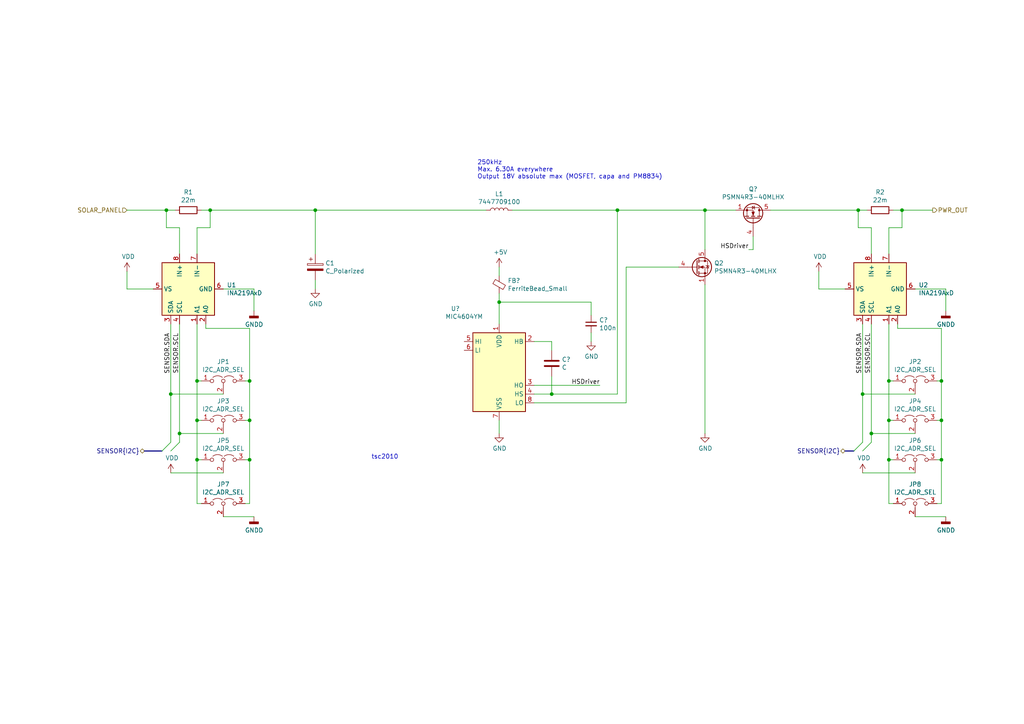
<source format=kicad_sch>
(kicad_sch (version 20210621) (generator eeschema)
  (paper "A4")
  (lib_symbols
    (symbol "Analog_ADC:INA219AxD"
      (property "Reference" "U" (at -6.35 8.89 0))
      (property "Value" "INA219AxD" (at 5.08 8.89 0))
      (symbol "INA219AxD_0_1"
        (rectangle (start -7.62 7.62) (end 7.62 -7.62) (stroke (width 0.254)) (fill (type background)))
      )
      (symbol "INA219AxD_1_1"
        (pin input line (at 10.16 -2.54 180) (length 2.54) (name "A1") (number "1"))
        (pin input line (at 10.16 -5.08 180) (length 2.54) (name "A0") (number "2"))
        (pin bidirectional line (at 10.16 5.08 180) (length 2.54) (name "SDA") (number "3"))
        (pin input line (at 10.16 2.54 180) (length 2.54) (name "SCL") (number "4"))
        (pin power_in line (at 0 10.16 270) (length 2.54) (name "VS") (number "5"))
        (pin power_in line (at 0 -10.16 90) (length 2.54) (name "GND") (number "6"))
        (pin input line (at -10.16 -2.54 0) (length 2.54) (name "IN-") (number "7"))
        (pin input line (at -10.16 2.54 0) (length 2.54) (name "IN+") (number "8"))
      )
    )
    (symbol "Device:C" (pin_numbers hide) (pin_names (offset 0.254))
      (property "Reference" "C" (at 0.635 2.54 0))
      (property "Value" "C" (at 0.635 -2.54 0))
      (symbol "C_0_1"
        (polyline (pts (xy -2.032 -0.762) (xy 2.032 -0.762)) (stroke (width 0.508)))
        (polyline (pts (xy -2.032 0.762) (xy 2.032 0.762)) (stroke (width 0.508)))
      )
      (symbol "C_1_1"
        (pin passive line (at 0 3.81 270) (length 2.794) (name "~") (number "1"))
        (pin passive line (at 0 -3.81 90) (length 2.794) (name "~") (number "2"))
      )
    )
    (symbol "Device:C_Polarized" (pin_numbers hide) (pin_names (offset 0.254))
      (property "Reference" "C" (at 0.635 2.54 0))
      (property "Value" "C_Polarized" (at 0.635 -2.54 0))
      (symbol "C_Polarized_0_1"
        (rectangle (start -2.286 0.508) (end 2.286 1.016))
        (rectangle (start 2.286 -0.508) (end -2.286 -1.016) (fill (type outline)))
        (polyline (pts (xy -1.778 2.286) (xy -0.762 2.286)))
        (polyline (pts (xy -1.27 2.794) (xy -1.27 1.778)))
      )
      (symbol "C_Polarized_1_1"
        (pin passive line (at 0 3.81 270) (length 2.794) (name "~") (number "1"))
        (pin passive line (at 0 -3.81 90) (length 2.794) (name "~") (number "2"))
      )
    )
    (symbol "Device:C_Small" (pin_numbers hide) (pin_names (offset 0.254) hide)
      (property "Reference" "C" (at 0.254 1.778 0))
      (property "Value" "C_Small" (at 0.254 -2.032 0))
      (symbol "C_Small_0_1"
        (polyline (pts (xy -1.524 -0.508) (xy 1.524 -0.508)) (stroke (width 0.3302)))
        (polyline (pts (xy -1.524 0.508) (xy 1.524 0.508)) (stroke (width 0.3048)))
      )
      (symbol "C_Small_1_1"
        (pin passive line (at 0 2.54 270) (length 2.032) (name "~") (number "1"))
        (pin passive line (at 0 -2.54 90) (length 2.032) (name "~") (number "2"))
      )
    )
    (symbol "Device:FerriteBead_Small" (pin_numbers hide) (pin_names (offset 0))
      (property "Reference" "FB" (at 1.905 1.27 0))
      (property "Value" "FerriteBead_Small" (at 1.905 -1.27 0))
      (symbol "FerriteBead_Small_0_1"
        (polyline (pts (xy 0 -1.27) (xy 0 -0.7874)))
        (polyline (pts (xy 0 0.889) (xy 0 1.2954)))
        (polyline (pts (xy -1.8288 0.2794) (xy -1.1176 1.4986) (xy 1.8288 -0.2032) (xy 1.1176 -1.4224) (xy -1.8288 0.2794)))
      )
      (symbol "FerriteBead_Small_1_1"
        (pin passive line (at 0 2.54 270) (length 1.27) (name "~") (number "1"))
        (pin passive line (at 0 -2.54 90) (length 1.27) (name "~") (number "2"))
      )
    )
    (symbol "Device:L" (pin_numbers hide) (pin_names (offset 1.016) hide)
      (property "Reference" "L" (at -1.27 0 90))
      (property "Value" "L" (at 1.905 0 90))
      (symbol "L_0_1"
        (arc (start 0 -2.54) (end 0 -1.27) (radius (at 0 -1.905) (length 0.635) (angles -89.9 89.9)))
        (arc (start 0 -1.27) (end 0 0) (radius (at 0 -0.635) (length 0.635) (angles -89.9 89.9)))
        (arc (start 0 0) (end 0 1.27) (radius (at 0 0.635) (length 0.635) (angles -89.9 89.9)))
        (arc (start 0 1.27) (end 0 2.54) (radius (at 0 1.905) (length 0.635) (angles -89.9 89.9)))
      )
      (symbol "L_1_1"
        (pin passive line (at 0 3.81 270) (length 1.27) (name "1") (number "1"))
        (pin passive line (at 0 -3.81 90) (length 1.27) (name "2") (number "2"))
      )
    )
    (symbol "Device:R" (pin_numbers hide) (pin_names (offset 0))
      (property "Reference" "R" (at 2.032 0 90))
      (property "Value" "R" (at 0 0 90))
      (symbol "R_0_1"
        (rectangle (start -1.016 -2.54) (end 1.016 2.54) (stroke (width 0.254)))
      )
      (symbol "R_1_1"
        (pin passive line (at 0 3.81 270) (length 1.27) (name "~") (number "1"))
        (pin passive line (at 0 -3.81 90) (length 1.27) (name "~") (number "2"))
      )
    )
    (symbol "Driver_FET:MIC4604YM"
      (property "Reference" "U" (at -8.89 -8.89 0))
      (property "Value" "MIC4604YM" (at -8.89 -11.43 0))
      (symbol "MIC4604YM_0_1"
        (rectangle (start -7.62 -12.7) (end 7.62 10.16) (stroke (width 0.254)) (fill (type background)))
      )
      (symbol "MIC4604YM_1_1"
        (pin power_in line (at 0 12.7 270) (length 2.54) (name "VDD") (number "1"))
        (pin passive line (at 10.16 7.62 180) (length 2.54) (name "HB") (number "2"))
        (pin output line (at 10.16 -5.08 180) (length 2.54) (name "HO") (number "3"))
        (pin passive line (at 10.16 -7.62 180) (length 2.54) (name "HS") (number "4"))
        (pin input line (at -10.16 7.62 0) (length 2.54) (name "HI") (number "5"))
        (pin input line (at -10.16 5.08 0) (length 2.54) (name "LI") (number "6"))
        (pin power_in line (at 0 -15.24 90) (length 2.54) (name "VSS") (number "7"))
        (pin output line (at 10.16 -10.16 180) (length 2.54) (name "LO") (number "8"))
      )
    )
    (symbol "Jumper:Jumper_3_Open" (pin_names (offset 0) hide)
      (property "Reference" "JP" (at -2.54 -2.54 0))
      (property "Value" "Jumper_3_Open" (at 0 2.794 0))
      (symbol "Jumper_3_Open_0_0"
        (circle (center -3.302 0) (radius 0.508))
        (circle (center 0 0) (radius 0.508))
        (circle (center 3.302 0) (radius 0.508))
      )
      (symbol "Jumper_3_Open_0_1"
        (arc (start -3.048 1.016) (end -0.254 1.016) (radius (at -1.651 -0.762) (length 2.2606) (angles 128.2 51.8)))
        (arc (start 0.254 1.016) (end 3.048 1.016) (radius (at 1.651 -0.762) (length 2.2606) (angles 128.2 51.8)))
        (polyline (pts (xy 0 -0.508) (xy 0 -1.27)))
      )
      (symbol "Jumper_3_Open_1_1"
        (pin passive line (at -6.35 0 0) (length 2.54) (name "A") (number "1"))
        (pin input line (at 0 -3.81 90) (length 2.54) (name "C") (number "2"))
        (pin passive line (at 6.35 0 180) (length 2.54) (name "B") (number "3"))
      )
    )
    (symbol "defis_solaires_4:PSMN4R3-40MLHX" (pin_names (offset 0) hide)
      (property "Reference" "Q" (at 5.08 1.27 0))
      (property "Value" "PSMN4R3-40MLHX" (at 5.08 -1.27 0))
      (symbol "PSMN4R3-40MLHX_0_1"
        (circle (center 1.651 0) (radius 2.794) (stroke (width 0.254)))
        (circle (center 2.54 -1.778) (radius 0.254) (fill (type outline)))
        (circle (center 2.54 1.778) (radius 0.254) (fill (type outline)))
        (polyline (pts (xy 0.254 0) (xy -2.54 0)))
        (polyline (pts (xy 0.254 1.905) (xy 0.254 -1.905)) (stroke (width 0.254)))
        (polyline (pts (xy 0.762 -1.27) (xy 0.762 -2.286)) (stroke (width 0.254)))
        (polyline (pts (xy 0.762 0.508) (xy 0.762 -0.508)) (stroke (width 0.254)))
        (polyline (pts (xy 0.762 2.286) (xy 0.762 1.27)) (stroke (width 0.254)))
        (polyline (pts (xy 2.54 2.54) (xy 2.54 1.778)))
        (polyline (pts (xy 2.54 -2.54) (xy 2.54 0) (xy 0.762 0)))
        (polyline (pts (xy 0.762 -1.778) (xy 3.302 -1.778) (xy 3.302 1.778) (xy 0.762 1.778)))
        (polyline (pts (xy 2.794 0.508) (xy 2.921 0.381) (xy 3.683 0.381) (xy 3.81 0.254)))
        (polyline (pts (xy 3.302 0.381) (xy 2.921 -0.254) (xy 3.683 -0.254) (xy 3.302 0.381)))
        (polyline (pts (xy 1.016 0) (xy 2.032 0.381) (xy 2.032 -0.381) (xy 1.016 0)) (fill (type outline)))
      )
      (symbol "PSMN4R3-40MLHX_1_1"
        (pin passive line (at 2.54 -5.08 90) (length 2.54) (name "S") (number "1"))
        (pin passive line (at 2.54 -5.08 90) (length 2.54) hide (name "S") (number "2"))
        (pin passive line (at 2.54 -5.08 90) (length 2.54) hide (name "S") (number "3"))
        (pin input line (at -5.08 0 0) (length 2.54) (name "G") (number "4"))
        (pin passive line (at 2.54 5.08 270) (length 2.54) (name "D") (number "5"))
      )
    )
    (symbol "power:+5V" (power) (pin_names (offset 0))
      (property "Value" "+5V" (at 0 3.556 0))
      (symbol "+5V_0_1"
        (polyline (pts (xy -0.762 1.27) (xy 0 2.54)))
        (polyline (pts (xy 0 0) (xy 0 2.54)))
        (polyline (pts (xy 0 2.54) (xy 0.762 1.27)))
      )
      (symbol "+5V_1_1"
        (pin power_in line (at 0 0 90) (length 0) hide (name "+5V") (number "1"))
      )
    )
    (symbol "power:GND" (power) (pin_names (offset 0))
      (property "Value" "GND" (at 0 -3.81 0))
      (symbol "GND_0_1"
        (polyline (pts (xy 0 0) (xy 0 -1.27) (xy 1.27 -1.27) (xy 0 -2.54) (xy -1.27 -1.27) (xy 0 -1.27)))
      )
      (symbol "GND_1_1"
        (pin power_in line (at 0 0 270) (length 0) hide (name "GND") (number "1"))
      )
    )
    (symbol "power:GNDD" (power) (pin_names (offset 0))
      (property "Value" "GNDD" (at 0 -3.175 0))
      (symbol "GNDD_0_1"
        (rectangle (start -1.27 -1.524) (end 1.27 -2.032) (stroke (width 0.254)) (fill (type outline)))
        (polyline (pts (xy 0 0) (xy 0 -1.524)))
      )
      (symbol "GNDD_1_1"
        (pin power_in line (at 0 0 270) (length 0) hide (name "GNDD") (number "1"))
      )
    )
    (symbol "power:VDD" (power) (pin_names (offset 0))
      (property "Value" "VDD" (at 0 3.81 0))
      (symbol "VDD_0_1"
        (polyline (pts (xy -0.762 1.27) (xy 0 2.54)))
        (polyline (pts (xy 0 0) (xy 0 2.54)))
        (polyline (pts (xy 0 2.54) (xy 0.762 1.27)))
      )
      (symbol "VDD_1_1"
        (pin power_in line (at 0 0 90) (length 0) hide (name "VDD") (number "1"))
      )
    )
  )
  (bus_alias "I2C" (members "SDA" "SCL"))
  (bus_alias "BOOST" (members "~{HI}" "LO" "EN"))
  (junction (at 48.26 60.96) (diameter 0.9144))
  (junction (at 49.53 114.3) (diameter 0.9144))
  (junction (at 52.07 125.73) (diameter 0.9144))
  (junction (at 57.15 110.49) (diameter 0.9144))
  (junction (at 57.15 121.92) (diameter 0.9144))
  (junction (at 57.15 133.35) (diameter 0.9144))
  (junction (at 60.96 60.96) (diameter 0.9144))
  (junction (at 72.39 110.49) (diameter 0.9144))
  (junction (at 72.39 121.92) (diameter 0.9144))
  (junction (at 72.39 133.35) (diameter 0.9144))
  (junction (at 91.44 60.96) (diameter 0.9144))
  (junction (at 144.78 87.63) (diameter 0.9144))
  (junction (at 160.02 114.3) (diameter 0.9144))
  (junction (at 179.07 60.96) (diameter 0.9144))
  (junction (at 204.47 60.96) (diameter 0.9144))
  (junction (at 248.92 60.96) (diameter 0.9144))
  (junction (at 250.19 114.3) (diameter 0.9144))
  (junction (at 252.73 125.73) (diameter 0.9144))
  (junction (at 257.81 110.49) (diameter 0.9144))
  (junction (at 257.81 121.92) (diameter 0.9144))
  (junction (at 257.81 133.35) (diameter 0.9144))
  (junction (at 261.62 60.96) (diameter 0.9144))
  (junction (at 273.05 110.49) (diameter 0.9144))
  (junction (at 273.05 121.92) (diameter 0.9144))
  (junction (at 273.05 133.35) (diameter 0.9144))
  (bus_entry (at 46.99 130.81) (size 2.54 -2.54) (stroke (width 0.1524)))
  (bus_entry (at 49.53 130.81) (size 2.54 -2.54) (stroke (width 0.1524)))
  (bus_entry (at 247.65 130.81) (size 2.54 -2.54) (stroke (width 0.1524)))
  (bus_entry (at 250.19 130.81) (size 2.54 -2.54) (stroke (width 0.1524)))
  (wire (pts (xy 36.83 60.96) (xy 48.26 60.96)))
  (wire (pts (xy 36.83 78.74) (xy 36.83 83.82)))
  (wire (pts (xy 44.45 83.82) (xy 36.83 83.82)))
  (wire (pts (xy 48.26 60.96) (xy 50.8 60.96)))
  (wire (pts (xy 48.26 66.04) (xy 48.26 60.96)))
  (wire (pts (xy 48.26 66.04) (xy 52.07 66.04)))
  (wire (pts (xy 49.53 93.98) (xy 49.53 114.3)))
  (wire (pts (xy 49.53 114.3) (xy 49.53 128.27)))
  (wire (pts (xy 49.53 114.3) (xy 64.77 114.3)))
  (wire (pts (xy 49.53 137.16) (xy 64.77 137.16)))
  (wire (pts (xy 52.07 66.04) (xy 52.07 73.66)))
  (wire (pts (xy 52.07 93.98) (xy 52.07 125.73)))
  (wire (pts (xy 52.07 125.73) (xy 52.07 128.27)))
  (wire (pts (xy 52.07 125.73) (xy 64.77 125.73)))
  (wire (pts (xy 57.15 66.04) (xy 60.96 66.04)))
  (wire (pts (xy 57.15 73.66) (xy 57.15 66.04)))
  (wire (pts (xy 57.15 93.98) (xy 57.15 110.49)))
  (wire (pts (xy 57.15 110.49) (xy 57.15 121.92)))
  (wire (pts (xy 57.15 110.49) (xy 58.42 110.49)))
  (wire (pts (xy 57.15 121.92) (xy 57.15 133.35)))
  (wire (pts (xy 57.15 121.92) (xy 58.42 121.92)))
  (wire (pts (xy 57.15 133.35) (xy 57.15 146.05)))
  (wire (pts (xy 57.15 133.35) (xy 58.42 133.35)))
  (wire (pts (xy 57.15 146.05) (xy 58.42 146.05)))
  (wire (pts (xy 58.42 60.96) (xy 60.96 60.96)))
  (wire (pts (xy 59.69 93.98) (xy 59.69 95.25)))
  (wire (pts (xy 59.69 95.25) (xy 72.39 95.25)))
  (wire (pts (xy 60.96 60.96) (xy 91.44 60.96)))
  (wire (pts (xy 60.96 66.04) (xy 60.96 60.96)))
  (wire (pts (xy 64.77 149.86) (xy 73.66 149.86)))
  (wire (pts (xy 71.12 110.49) (xy 72.39 110.49)))
  (wire (pts (xy 71.12 121.92) (xy 72.39 121.92)))
  (wire (pts (xy 71.12 133.35) (xy 72.39 133.35)))
  (wire (pts (xy 72.39 95.25) (xy 72.39 110.49)))
  (wire (pts (xy 72.39 110.49) (xy 72.39 121.92)))
  (wire (pts (xy 72.39 121.92) (xy 72.39 133.35)))
  (wire (pts (xy 72.39 133.35) (xy 72.39 146.05)))
  (wire (pts (xy 72.39 146.05) (xy 71.12 146.05)))
  (wire (pts (xy 73.66 83.82) (xy 64.77 83.82)))
  (wire (pts (xy 73.66 90.17) (xy 73.66 83.82)))
  (wire (pts (xy 91.44 60.96) (xy 91.44 73.66)))
  (wire (pts (xy 91.44 60.96) (xy 140.97 60.96)))
  (wire (pts (xy 91.44 81.28) (xy 91.44 83.82)))
  (wire (pts (xy 144.78 77.47) (xy 144.78 80.01)))
  (wire (pts (xy 144.78 85.09) (xy 144.78 87.63)))
  (wire (pts (xy 144.78 87.63) (xy 144.78 93.98)))
  (wire (pts (xy 144.78 121.92) (xy 144.78 125.73)))
  (wire (pts (xy 148.59 60.96) (xy 179.07 60.96)))
  (wire (pts (xy 154.94 99.06) (xy 160.02 99.06)))
  (wire (pts (xy 154.94 111.76) (xy 173.99 111.76)))
  (wire (pts (xy 154.94 114.3) (xy 160.02 114.3)))
  (wire (pts (xy 154.94 116.84) (xy 181.61 116.84)))
  (wire (pts (xy 160.02 99.06) (xy 160.02 101.6)))
  (wire (pts (xy 160.02 114.3) (xy 160.02 109.22)))
  (wire (pts (xy 160.02 114.3) (xy 179.07 114.3)))
  (wire (pts (xy 171.45 87.63) (xy 144.78 87.63)))
  (wire (pts (xy 171.45 91.44) (xy 171.45 87.63)))
  (wire (pts (xy 171.45 99.06) (xy 171.45 96.52)))
  (wire (pts (xy 179.07 60.96) (xy 204.47 60.96)))
  (wire (pts (xy 179.07 114.3) (xy 179.07 60.96)))
  (wire (pts (xy 181.61 77.47) (xy 196.85 77.47)))
  (wire (pts (xy 181.61 116.84) (xy 181.61 77.47)))
  (wire (pts (xy 204.47 60.96) (xy 204.47 72.39)))
  (wire (pts (xy 204.47 60.96) (xy 213.36 60.96)))
  (wire (pts (xy 204.47 82.55) (xy 204.47 125.73)))
  (wire (pts (xy 217.17 72.39) (xy 218.44 72.39)))
  (wire (pts (xy 218.44 72.39) (xy 218.44 68.58)))
  (wire (pts (xy 223.52 60.96) (xy 248.92 60.96)))
  (wire (pts (xy 237.49 78.74) (xy 237.49 83.82)))
  (wire (pts (xy 245.11 83.82) (xy 237.49 83.82)))
  (wire (pts (xy 248.92 60.96) (xy 251.46 60.96)))
  (wire (pts (xy 248.92 66.04) (xy 248.92 60.96)))
  (wire (pts (xy 248.92 66.04) (xy 252.73 66.04)))
  (wire (pts (xy 250.19 93.98) (xy 250.19 114.3)))
  (wire (pts (xy 250.19 114.3) (xy 250.19 128.27)))
  (wire (pts (xy 250.19 114.3) (xy 265.43 114.3)))
  (wire (pts (xy 250.19 137.16) (xy 265.43 137.16)))
  (wire (pts (xy 252.73 66.04) (xy 252.73 73.66)))
  (wire (pts (xy 252.73 93.98) (xy 252.73 125.73)))
  (wire (pts (xy 252.73 125.73) (xy 252.73 128.27)))
  (wire (pts (xy 252.73 125.73) (xy 265.43 125.73)))
  (wire (pts (xy 257.81 66.04) (xy 261.62 66.04)))
  (wire (pts (xy 257.81 73.66) (xy 257.81 66.04)))
  (wire (pts (xy 257.81 93.98) (xy 257.81 110.49)))
  (wire (pts (xy 257.81 110.49) (xy 257.81 121.92)))
  (wire (pts (xy 257.81 110.49) (xy 259.08 110.49)))
  (wire (pts (xy 257.81 121.92) (xy 257.81 133.35)))
  (wire (pts (xy 257.81 121.92) (xy 259.08 121.92)))
  (wire (pts (xy 257.81 133.35) (xy 257.81 146.05)))
  (wire (pts (xy 257.81 133.35) (xy 259.08 133.35)))
  (wire (pts (xy 257.81 146.05) (xy 259.08 146.05)))
  (wire (pts (xy 259.08 60.96) (xy 261.62 60.96)))
  (wire (pts (xy 260.35 93.98) (xy 260.35 95.25)))
  (wire (pts (xy 260.35 95.25) (xy 273.05 95.25)))
  (wire (pts (xy 261.62 60.96) (xy 270.51 60.96)))
  (wire (pts (xy 261.62 66.04) (xy 261.62 60.96)))
  (wire (pts (xy 265.43 149.86) (xy 274.32 149.86)))
  (wire (pts (xy 271.78 110.49) (xy 273.05 110.49)))
  (wire (pts (xy 271.78 121.92) (xy 273.05 121.92)))
  (wire (pts (xy 271.78 133.35) (xy 273.05 133.35)))
  (wire (pts (xy 273.05 95.25) (xy 273.05 110.49)))
  (wire (pts (xy 273.05 110.49) (xy 273.05 121.92)))
  (wire (pts (xy 273.05 121.92) (xy 273.05 133.35)))
  (wire (pts (xy 273.05 133.35) (xy 273.05 146.05)))
  (wire (pts (xy 273.05 146.05) (xy 271.78 146.05)))
  (wire (pts (xy 274.32 83.82) (xy 265.43 83.82)))
  (wire (pts (xy 274.32 90.17) (xy 274.32 83.82)))
  (bus (pts (xy 41.91 130.81) (xy 49.53 130.81)))
  (bus (pts (xy 245.11 130.81) (xy 250.19 130.81)))
  (text "tsc2010" (at 115.57 133.35 180) (effects (font (size 1.27 1.27)) (justify right bottom)))
  (text "250kHz\nMax. 6.30A everywhere\nOutput 18V absolute max (MOSFET, capa and PM8834)" (at 138.43 52.07 0) (effects (font (size 1.27 1.27)) (justify left bottom)))
  (label "SENSOR.SDA" (at 49.53 96.52 270))
  (label "SENSOR.SCL" (at 52.07 96.52 270))
  (label "HSDriver" (at 173.99 111.76 180))
  (label "HSDriver" (at 217.17 72.39 180))
  (label "SENSOR.SDA" (at 250.19 96.52 270))
  (label "SENSOR.SCL" (at 252.73 96.52 270))
  (hierarchical_label "SOLAR_PANEL" (shape input) (at 36.83 60.96 180))
  (hierarchical_label "SENSOR{I2C}" (shape bidirectional) (at 41.91 130.81 180))
  (hierarchical_label "SENSOR{I2C}" (shape bidirectional) (at 245.11 130.81 180))
  (hierarchical_label "PWR_OUT" (shape output) (at 270.51 60.96 0))
  (symbol (lib_id "power:VDD") (at 36.83 78.74 0) (unit 1)
    (property "Reference" "#PWR03" (effects hide))
    (property "Value" "VDD" (at 37.1983 74.4156 0))
  )
  (symbol (lib_id "power:VDD") (at 49.53 137.16 0) (unit 1)
    (property "Reference" "#PWR09" (effects hide))
    (property "Value" "VDD" (at 49.8983 132.8356 0))
  )
  (symbol (lib_id "power:+5V") (at 144.78 77.47 0) (unit 1)
    (property "Reference" "#PWR?" (effects hide))
    (property "Value" "+5V" (at 145.1483 73.1456 0))
  )
  (symbol (lib_id "power:VDD") (at 237.49 78.74 0) (unit 1)
    (property "Reference" "#PWR04" (effects hide))
    (property "Value" "VDD" (at 237.8583 74.4156 0))
  )
  (symbol (lib_id "power:VDD") (at 250.19 137.16 0) (unit 1)
    (property "Reference" "#PWR010" (effects hide))
    (property "Value" "VDD" (at 250.5583 132.8356 0))
  )
  (symbol (lib_id "power:GNDD") (at 73.66 90.17 0) (unit 1)
    (property "Reference" "#PWR06" (effects hide))
    (property "Value" "GNDD" (at 73.7108 94.1134 0))
  )
  (symbol (lib_id "power:GNDD") (at 73.66 149.86 0) (unit 1)
    (property "Reference" "#PWR013" (effects hide))
    (property "Value" "GNDD" (at 73.7108 153.8034 0))
  )
  (symbol (lib_id "power:GNDD") (at 274.32 90.17 0) (unit 1)
    (property "Reference" "#PWR07" (effects hide))
    (property "Value" "GNDD" (at 274.3708 94.1134 0))
  )
  (symbol (lib_id "power:GNDD") (at 274.32 149.86 0) (unit 1)
    (property "Reference" "#PWR014" (effects hide))
    (property "Value" "GNDD" (at 274.3708 153.8034 0))
  )
  (symbol (lib_id "power:GND") (at 91.44 83.82 0) (unit 1)
    (property "Reference" "#PWR05" (effects hide))
    (property "Value" "GND" (at 91.5543 88.1444 0))
  )
  (symbol (lib_id "power:GND") (at 144.78 125.73 0) (unit 1)
    (property "Reference" "#PWR?" (effects hide))
    (property "Value" "GND" (at 144.8943 130.0544 0))
  )
  (symbol (lib_id "power:GND") (at 171.45 99.06 0) (unit 1)
    (property "Reference" "#PWR?" (effects hide))
    (property "Value" "GND" (at 171.5643 103.3844 0))
  )
  (symbol (lib_id "power:GND") (at 204.47 125.73 0) (unit 1)
    (property "Reference" "#PWR012" (effects hide))
    (property "Value" "GND" (at 204.5843 130.0544 0))
  )
  (symbol (lib_id "Device:L") (at 144.78 60.96 90) (unit 1)
    (property "Reference" "L1" (at 144.78 56.2418 90))
    (property "Value" "7447709100" (at 144.78 58.5405 90))
  )
  (symbol (lib_id "Device:R") (at 54.61 60.96 90) (unit 1)
    (property "Reference" "R1" (at 54.61 55.7338 90))
    (property "Value" "22m" (at 54.61 58.0325 90))
  )
  (symbol (lib_id "Device:R") (at 255.27 60.96 90) (unit 1)
    (property "Reference" "R2" (at 255.27 55.7338 90))
    (property "Value" "22m" (at 255.27 58.0325 90))
  )
  (symbol (lib_id "Device:C_Small") (at 171.45 93.98 0) (unit 1)
    (property "Reference" "C?" (at 173.7742 92.8306 0) (effects (justify left)))
    (property "Value" "100n" (at 173.7742 95.1293 0) (effects (justify left)))
  )
  (symbol (lib_id "Device:FerriteBead_Small") (at 144.78 82.55 0) (unit 1)
    (property "Reference" "FB?" (at 147.2439 81.4006 0) (effects (justify left)))
    (property "Value" "FerriteBead_Small" (at 147.2439 83.6993 0) (effects (justify left)))
  )
  (symbol (lib_id "Device:C_Polarized") (at 91.44 77.47 0) (unit 1)
    (property "Reference" "C1" (at 94.3611 76.3206 0) (effects (justify left)))
    (property "Value" "C_Polarized" (at 94.3611 78.6193 0) (effects (justify left)))
  )
  (symbol (lib_id "Device:C") (at 160.02 105.41 0) (unit 1)
    (property "Reference" "C?" (at 162.9411 104.2606 0) (effects (justify left)))
    (property "Value" "C" (at 162.9411 106.5593 0) (effects (justify left)))
  )
  (symbol (lib_id "Jumper:Jumper_3_Open") (at 64.77 110.49 0) (unit 1)
    (property "Reference" "JP1" (at 64.77 104.9082 0))
    (property "Value" "I2C_ADR_SEL" (at 64.77 107.2069 0))
  )
  (symbol (lib_id "Jumper:Jumper_3_Open") (at 64.77 121.92 0) (unit 1)
    (property "Reference" "JP3" (at 64.77 116.3382 0))
    (property "Value" "I2C_ADR_SEL" (at 64.77 118.6369 0))
  )
  (symbol (lib_id "Jumper:Jumper_3_Open") (at 64.77 133.35 0) (unit 1)
    (property "Reference" "JP5" (at 64.77 127.7682 0))
    (property "Value" "I2C_ADR_SEL" (at 64.77 130.0669 0))
  )
  (symbol (lib_id "Jumper:Jumper_3_Open") (at 64.77 146.05 0) (unit 1)
    (property "Reference" "JP7" (at 64.77 140.4682 0))
    (property "Value" "I2C_ADR_SEL" (at 64.77 142.7669 0))
  )
  (symbol (lib_id "Jumper:Jumper_3_Open") (at 265.43 110.49 0) (unit 1)
    (property "Reference" "JP2" (at 265.43 104.9082 0))
    (property "Value" "I2C_ADR_SEL" (at 265.43 107.2069 0))
  )
  (symbol (lib_id "Jumper:Jumper_3_Open") (at 265.43 121.92 0) (unit 1)
    (property "Reference" "JP4" (at 265.43 116.3382 0))
    (property "Value" "I2C_ADR_SEL" (at 265.43 118.6369 0))
  )
  (symbol (lib_id "Jumper:Jumper_3_Open") (at 265.43 133.35 0) (unit 1)
    (property "Reference" "JP6" (at 265.43 127.7682 0))
    (property "Value" "I2C_ADR_SEL" (at 265.43 130.0669 0))
  )
  (symbol (lib_id "Jumper:Jumper_3_Open") (at 265.43 146.05 0) (unit 1)
    (property "Reference" "JP8" (at 265.43 140.4682 0))
    (property "Value" "I2C_ADR_SEL" (at 265.43 142.7669 0))
  )
  (symbol (lib_id "defis_solaires_4:PSMN4R3-40MLHX") (at 201.93 77.47 0) (unit 1)
    (property "Reference" "Q2" (at 207.1371 76.3206 0) (effects (justify left)))
    (property "Value" "PSMN4R3-40MLHX" (at 207.1371 78.6193 0) (effects (justify left)))
    (property "Footprint" "Package_TO_SOT_SMD:LFPAK33" (effects hide))
    (property "Datasheet" "https://www.mouser.fr/datasheet/2/916/PSMN4R3-40MLH-1853415.pdf" (effects hide))
  )
  (symbol (lib_id "defis_solaires_4:PSMN4R3-40MLHX") (at 218.44 63.5 270) (mirror x) (unit 1)
    (property "Reference" "Q?" (at 218.44 54.8448 90))
    (property "Value" "PSMN4R3-40MLHX" (at 218.44 57.1435 90))
    (property "Footprint" "Package_TO_SOT_SMD:LFPAK33" (effects hide))
    (property "Datasheet" "https://www.mouser.fr/datasheet/2/916/PSMN4R3-40MLH-1853415.pdf" (effects hide))
  )
  (symbol (lib_id "Analog_ADC:INA219AxD") (at 54.61 83.82 90) (mirror x) (unit 1)
    (property "Reference" "U1" (at 65.7861 82.6706 90) (effects (justify right)))
    (property "Value" "INA219AxD" (at 65.7861 84.9693 90) (effects (justify right)))
    (property "Footprint" "Package_SO:SOIC-8_3.9x4.9mm_P1.27mm" (effects hide))
    (property "Datasheet" "http://www.ti.com/lit/ds/symlink/ina219.pdf" (effects hide))
  )
  (symbol (lib_id "Analog_ADC:INA219AxD") (at 255.27 83.82 90) (mirror x) (unit 1)
    (property "Reference" "U2" (at 266.4461 82.6706 90) (effects (justify right)))
    (property "Value" "INA219AxD" (at 266.4461 84.9693 90) (effects (justify right)))
    (property "Footprint" "Package_SO:SOIC-8_3.9x4.9mm_P1.27mm" (effects hide))
    (property "Datasheet" "http://www.ti.com/lit/ds/symlink/ina219.pdf" (effects hide))
  )
  (symbol (lib_id "Driver_FET:MIC4604YM") (at 144.78 106.68 0) (unit 1)
    (property "Reference" "U?" (at 132.08 89.5158 0))
    (property "Value" "MIC4604YM" (at 134.62 91.8145 0))
    (property "Footprint" "Package_SO:SOIC-8_3.9x4.9mm_P1.27mm" (effects hide))
    (property "Datasheet" "http://ww1.microchip.com/downloads/en/DeviceDoc/20005852A.pdf" (effects hide))
  )
)
</source>
